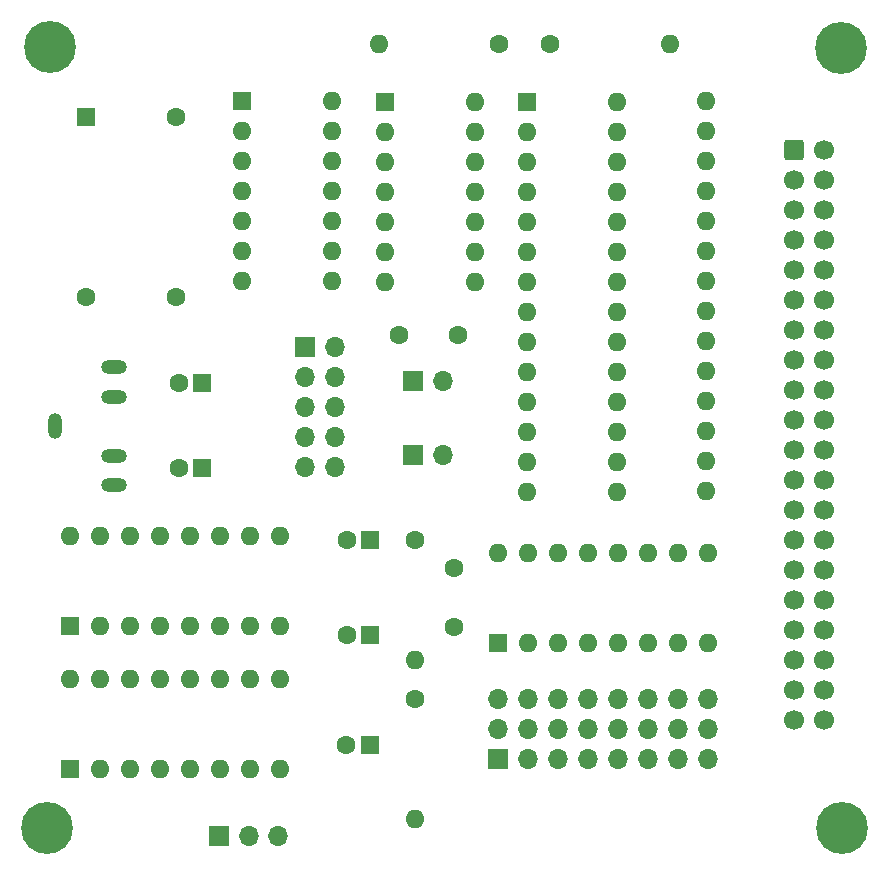
<source format=gbr>
%TF.GenerationSoftware,KiCad,Pcbnew,(7.0.0)*%
%TF.CreationDate,2023-03-05T15:20:25+10:30*%
%TF.ProjectId,SoundRAM,536f756e-6452-4414-9d2e-6b696361645f,rev?*%
%TF.SameCoordinates,Original*%
%TF.FileFunction,Soldermask,Top*%
%TF.FilePolarity,Negative*%
%FSLAX46Y46*%
G04 Gerber Fmt 4.6, Leading zero omitted, Abs format (unit mm)*
G04 Created by KiCad (PCBNEW (7.0.0)) date 2023-03-05 15:20:25*
%MOMM*%
%LPD*%
G01*
G04 APERTURE LIST*
G04 Aperture macros list*
%AMRoundRect*
0 Rectangle with rounded corners*
0 $1 Rounding radius*
0 $2 $3 $4 $5 $6 $7 $8 $9 X,Y pos of 4 corners*
0 Add a 4 corners polygon primitive as box body*
4,1,4,$2,$3,$4,$5,$6,$7,$8,$9,$2,$3,0*
0 Add four circle primitives for the rounded corners*
1,1,$1+$1,$2,$3*
1,1,$1+$1,$4,$5*
1,1,$1+$1,$6,$7*
1,1,$1+$1,$8,$9*
0 Add four rect primitives between the rounded corners*
20,1,$1+$1,$2,$3,$4,$5,0*
20,1,$1+$1,$4,$5,$6,$7,0*
20,1,$1+$1,$6,$7,$8,$9,0*
20,1,$1+$1,$8,$9,$2,$3,0*%
G04 Aperture macros list end*
%ADD10R,1.600000X1.600000*%
%ADD11C,1.600000*%
%ADD12O,1.600000X1.600000*%
%ADD13R,1.700000X1.700000*%
%ADD14O,1.700000X1.700000*%
%ADD15C,4.400000*%
%ADD16RoundRect,0.250000X-0.600000X-0.600000X0.600000X-0.600000X0.600000X0.600000X-0.600000X0.600000X0*%
%ADD17C,1.700000*%
%ADD18O,2.200000X1.200000*%
%ADD19O,1.200000X2.200000*%
G04 APERTURE END LIST*
D10*
%TO.C,C5*%
X144084099Y-103123999D03*
D11*
X142084100Y-103124000D03*
%TD*%
D10*
%TO.C,C6*%
X129860099Y-81787999D03*
D11*
X127860100Y-81788000D03*
%TD*%
D10*
%TO.C,U5*%
X118658999Y-102352599D03*
D12*
X121198999Y-102352599D03*
X123738999Y-102352599D03*
X126278999Y-102352599D03*
X128818999Y-102352599D03*
X131358999Y-102352599D03*
X133898999Y-102352599D03*
X136438999Y-102352599D03*
X136438999Y-94732599D03*
X133898999Y-94732599D03*
X131358999Y-94732599D03*
X128818999Y-94732599D03*
X126278999Y-94732599D03*
X123738999Y-94732599D03*
X121198999Y-94732599D03*
X118658999Y-94732599D03*
%TD*%
D10*
%TO.C,U2*%
X154899999Y-103799999D03*
D12*
X157439999Y-103799999D03*
X159979999Y-103799999D03*
X162519999Y-103799999D03*
X165059999Y-103799999D03*
X167599999Y-103799999D03*
X170139999Y-103799999D03*
X172679999Y-103799999D03*
X172679999Y-96179999D03*
X170139999Y-96179999D03*
X167599999Y-96179999D03*
X165059999Y-96179999D03*
X162519999Y-96179999D03*
X159979999Y-96179999D03*
X157439999Y-96179999D03*
X154899999Y-96179999D03*
%TD*%
D11*
%TO.C,C4*%
X146530000Y-77720000D03*
X151530000Y-77720000D03*
%TD*%
D13*
%TO.C,J2*%
X154919999Y-113679999D03*
D14*
X154919999Y-111139999D03*
X154919999Y-108599999D03*
X157459999Y-113679999D03*
X157459999Y-111139999D03*
X157459999Y-108599999D03*
X159999999Y-113679999D03*
X159999999Y-111139999D03*
X159999999Y-108599999D03*
X162539999Y-113679999D03*
X162539999Y-111139999D03*
X162539999Y-108599999D03*
X165079999Y-113679999D03*
X165079999Y-111139999D03*
X165079999Y-108599999D03*
X167619999Y-113679999D03*
X167619999Y-111139999D03*
X167619999Y-108599999D03*
X170159999Y-113679999D03*
X170159999Y-111139999D03*
X170159999Y-108599999D03*
X172699999Y-113679999D03*
X172699999Y-111139999D03*
X172699999Y-108599999D03*
%TD*%
D10*
%TO.C,C1*%
X144084099Y-95122999D03*
D11*
X142084100Y-95123000D03*
%TD*%
D15*
%TO.C,H4*%
X184023000Y-119507000D03*
%TD*%
D13*
%TO.C,J3*%
X147700999Y-81660999D03*
D14*
X150240999Y-81660999D03*
%TD*%
D10*
%TO.C,X1*%
X119999999Y-59299999D03*
D11*
X120000000Y-74540000D03*
X127620000Y-74540000D03*
X127620000Y-59300000D03*
%TD*%
D16*
%TO.C,J1*%
X179915400Y-62052800D03*
D17*
X179915400Y-64592800D03*
X179915400Y-67132800D03*
X179915400Y-69672800D03*
X179915400Y-72212800D03*
X179915400Y-74752800D03*
X179915400Y-77292800D03*
X179915400Y-79832800D03*
X179915400Y-82372800D03*
X179915400Y-84912800D03*
X179915400Y-87452800D03*
X179915400Y-89992800D03*
X179915400Y-92532800D03*
X179915400Y-95072800D03*
X179915400Y-97612800D03*
X179915400Y-100152800D03*
X179915400Y-102692800D03*
X179915400Y-105232800D03*
X179915400Y-107772800D03*
X179915400Y-110312800D03*
X182455400Y-110312800D03*
X182455400Y-107772800D03*
X182455400Y-105232800D03*
X182455400Y-102692800D03*
X182455400Y-100152800D03*
X182455400Y-97612800D03*
X182455400Y-95072800D03*
X182455400Y-92532800D03*
X182455400Y-89992800D03*
X182455400Y-87452800D03*
X182455400Y-84912800D03*
X182455400Y-82372800D03*
X182455400Y-79832800D03*
X182455400Y-77292800D03*
X182455400Y-74752800D03*
X182455400Y-72212800D03*
X182455400Y-69672800D03*
X182455400Y-67132800D03*
X182455400Y-64592800D03*
X182455400Y-62052800D03*
%TD*%
D15*
%TO.C,H2*%
X116967000Y-53340000D03*
%TD*%
D10*
%TO.C,U3*%
X157299999Y-57992199D03*
D12*
X157299999Y-60532199D03*
X157299999Y-63072199D03*
X157299999Y-65612199D03*
X157299999Y-68152199D03*
X157299999Y-70692199D03*
X157299999Y-73232199D03*
X157299999Y-75772199D03*
X157299999Y-78312199D03*
X157299999Y-80852199D03*
X157299999Y-83392199D03*
X157299999Y-85932199D03*
X157299999Y-88472199D03*
X157299999Y-91012199D03*
X172536199Y-90995999D03*
X164919999Y-91012199D03*
X172536199Y-88455999D03*
X164919999Y-88472199D03*
X164919999Y-85932199D03*
X172536199Y-85915999D03*
X164919999Y-83392199D03*
X172536199Y-83375999D03*
X164919999Y-80852199D03*
X172536199Y-80835999D03*
X164919999Y-78312199D03*
X172536199Y-78295999D03*
X164919999Y-75772199D03*
X172536199Y-75755999D03*
X172536199Y-73215999D03*
X164919999Y-73232199D03*
X164919999Y-70692199D03*
X172536199Y-70675999D03*
X164919999Y-68152199D03*
X172536199Y-68135999D03*
X172536199Y-65595999D03*
X164919999Y-65612199D03*
X172536199Y-63055999D03*
X164919999Y-63072199D03*
X172536199Y-60515999D03*
X164919999Y-60532199D03*
X172536199Y-57975999D03*
X164919999Y-57992199D03*
%TD*%
D10*
%TO.C,C2*%
X144031599Y-112452599D03*
D11*
X142031600Y-112452600D03*
%TD*%
D15*
%TO.C,H3*%
X183896000Y-53467000D03*
%TD*%
D10*
%TO.C,U4*%
X118658999Y-114499999D03*
D12*
X121198999Y-114499999D03*
X123738999Y-114499999D03*
X126278999Y-114499999D03*
X128818999Y-114499999D03*
X131358999Y-114499999D03*
X133898999Y-114499999D03*
X136438999Y-114499999D03*
X136438999Y-106879999D03*
X133898999Y-106879999D03*
X131358999Y-106879999D03*
X128818999Y-106879999D03*
X126278999Y-106879999D03*
X123738999Y-106879999D03*
X121198999Y-106879999D03*
X118658999Y-106879999D03*
%TD*%
D10*
%TO.C,U6*%
X133199999Y-57899999D03*
D12*
X133199999Y-60439999D03*
X133199999Y-62979999D03*
X133199999Y-65519999D03*
X133199999Y-68059999D03*
X133199999Y-70599999D03*
X133199999Y-73139999D03*
X140819999Y-73139999D03*
X140819999Y-70599999D03*
X140819999Y-68059999D03*
X140819999Y-65519999D03*
X140819999Y-62979999D03*
X140819999Y-60439999D03*
X140819999Y-57899999D03*
%TD*%
D13*
%TO.C,J6*%
X131230999Y-120141999D03*
D14*
X133770999Y-120141999D03*
X136230999Y-120141999D03*
%TD*%
D18*
%TO.C,J7*%
X122409999Y-80470999D03*
X122409999Y-82970999D03*
D19*
X117409999Y-85470999D03*
D18*
X122409999Y-90470999D03*
X122409999Y-87970999D03*
%TD*%
D11*
%TO.C,R3*%
X147828000Y-95123000D03*
D12*
X147827999Y-105282999D03*
%TD*%
D10*
%TO.C,U1*%
X145299999Y-58042999D03*
D12*
X145299999Y-60582999D03*
X145299999Y-63122999D03*
X145299999Y-65662999D03*
X145299999Y-68202999D03*
X145299999Y-70742999D03*
X145299999Y-73282999D03*
X152919999Y-73282999D03*
X152919999Y-70742999D03*
X152919999Y-68202999D03*
X152919999Y-65662999D03*
X152919999Y-63122999D03*
X152919999Y-60582999D03*
X152919999Y-58042999D03*
%TD*%
D11*
%TO.C,R4*%
X147828000Y-108585000D03*
D12*
X147827999Y-118744999D03*
%TD*%
D11*
%TO.C,R1*%
X159258000Y-53086000D03*
D12*
X169417999Y-53085999D03*
%TD*%
D13*
%TO.C,J5*%
X147700999Y-87883999D03*
D14*
X150240999Y-87883999D03*
%TD*%
D13*
%TO.C,J4*%
X138533999Y-78739999D03*
D14*
X141073999Y-78739999D03*
X138533999Y-81279999D03*
X141073999Y-81279999D03*
X138533999Y-83819999D03*
X141073999Y-83819999D03*
X138533999Y-86359999D03*
X141073999Y-86359999D03*
X138533999Y-88899999D03*
X141073999Y-88899999D03*
%TD*%
D11*
%TO.C,R2*%
X154940000Y-53086000D03*
D12*
X144779999Y-53085999D03*
%TD*%
D10*
%TO.C,C7*%
X129860099Y-89026999D03*
D11*
X127860100Y-89027000D03*
%TD*%
D15*
%TO.C,H1*%
X116713000Y-119507000D03*
%TD*%
D11*
%TO.C,C3*%
X151130000Y-102500000D03*
X151130000Y-97500000D03*
%TD*%
M02*

</source>
